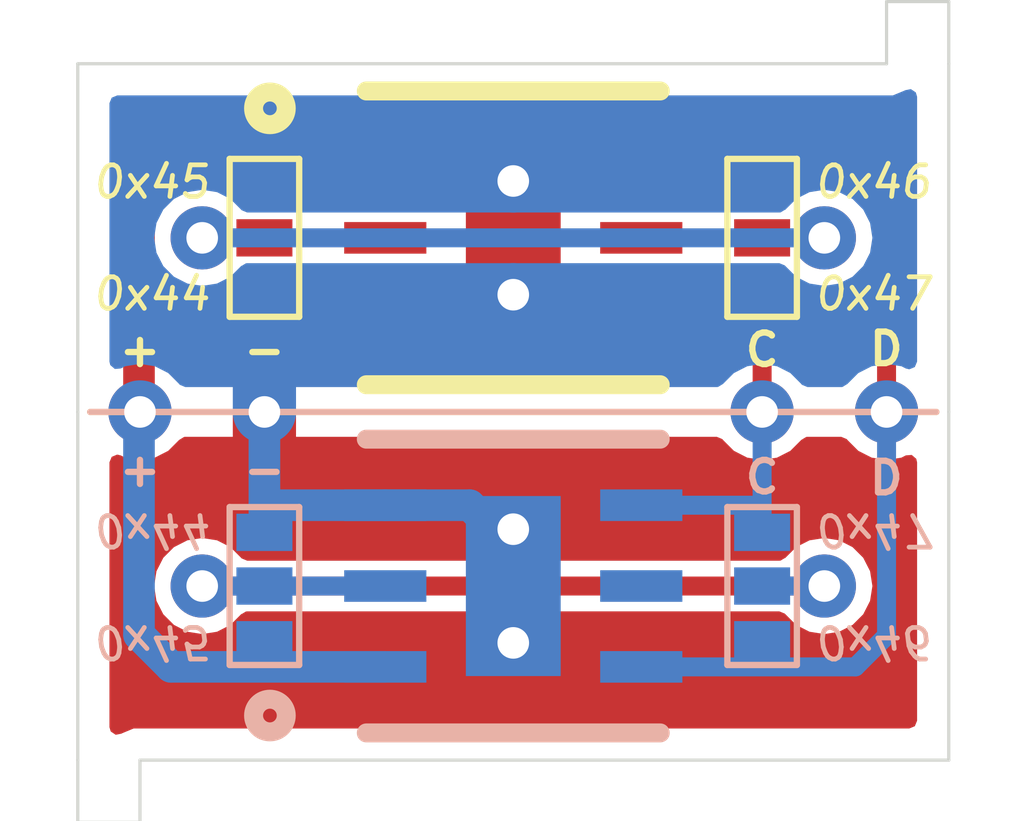
<source format=kicad_pcb>
(kicad_pcb (version 20240108) (generator "pcbnew") (generator_version "8.0")
  (layers (0 "F.Cu" signal) (31 "B.Cu" signal) (34 "B.Paste" user) (35 "F.Paste" user) (36 "B.SilkS" user "B.Silkscreen") (37 "F.SilkS" user "F.Silkscreen") (38 "B.Mask" user) (39 "F.Mask" user) (44 "Edge.Cuts" user))
  (net 0 "")
  (net 1 "+3.3V")
  (net 2 "GND")
  (net 3 "/ADDR")
  (net 4 "/SDA")
  (net 5 "/SCL")
  (footprint "SolarPanels:SolderJumper-3_P1.3mm_Open_RoundedPad1.0x1.5mm" (layer "F.Cu") (at 110 67.5 90)
    (property "Reference" "JP2" (hide yes))
    (property "Value" "Jumper_3_Open")
    (fp_line (start 0.635 -0.2794) (end -0.635 -0.2794) (stroke (width 0.0508)) (layer "F.SilkS"))
    (fp_line (start 0.635 0.2794) (end 0.635 -0.2794) (stroke (width 0.0508)) (layer "F.SilkS"))
    (fp_line (start 0.635 0.2794) (end -0.635 0.2794) (stroke (width 0.0508)) (layer "F.SilkS"))
    (fp_line (start -0.635 0.2794) (end -0.635 -0.2794) (stroke (width 0.0508)) (layer "F.SilkS"))
    (pad "1" smd rect (at -0.4318 0 90) (size 0.3 0.45) (layers "F.Cu" "F.Mask") (net 5 "/SCL"))
    (pad "2" smd rect (at 0 0 90) (size 0.3 0.45) (layers "F.Cu" "F.Mask") (net 3 "/ADDR"))
    (pad "3" smd rect (at 0.4318 0 90) (size 0.3 0.45) (layers "F.Cu" "F.Mask") (net 4 "/SDA"))
  )
  (footprint "SolarPanels:CastellatedHole" (layer "F.Cu") (at 111 68.9)
    (property "Reference" "H3" (hide yes))
    (property "Value" "MountingHole_Pad")
    (pad "1" thru_hole circle (at 0 0) (size 0.508 0.508) (drill 0.254) (layers "*.Cu" "*.Mask") (net 4 "/SDA"))
  )
  (footprint "SolarPanels:CastellatedHole" (layer "F.Cu") (at 110 68.9)
    (property "Reference" "H4" (hide yes))
    (property "Value" "MountingHole_Pad")
    (pad "1" thru_hole circle (at 0 0) (size 0.508 0.508) (drill 0.254) (layers "*.Cu" "*.Mask") (net 5 "/SCL"))
  )
  (footprint "SolarPanels:SolderJumper-3_P1.3mm_Open_RoundedPad1.0x1.5mm" (layer "F.Cu") (at 106 67.5 90)
    (property "Reference" "JP1" (hide yes))
    (property "Value" "Jumper_3_Open")
    (fp_line (start 0.635 -0.2794) (end -0.635 -0.2794) (stroke (width 0.0508)) (layer "F.SilkS"))
    (fp_line (start 0.635 0.2794) (end 0.635 -0.2794) (stroke (width 0.0508)) (layer "F.SilkS"))
    (fp_line (start 0.635 0.2794) (end -0.635 0.2794) (stroke (width 0.0508)) (layer "F.SilkS"))
    (fp_line (start -0.635 0.2794) (end -0.635 -0.2794) (stroke (width 0.0508)) (layer "F.SilkS"))
    (pad "1" smd rect (at -0.4318 0 90) (size 0.3 0.45) (layers "F.Cu" "F.Mask") (net 2 "GND"))
    (pad "2" smd rect (at 0 0 90) (size 0.3 0.45) (layers "F.Cu" "F.Mask") (net 3 "/ADDR"))
    (pad "3" smd rect (at 0.4318 0 90) (size 0.3 0.45) (layers "F.Cu" "F.Mask") (net 1 "+3.3V"))
  )
  (footprint "SolarPanels:OPT4003" (layer "F.Cu") (at 108 67.5)
    (property "Reference" "U1" (hide yes))
    (property "Value" "OPT4003DNPRQ1")
    (fp_line (start -1.1811 1.1811) (end 1.1811 1.1811) (stroke (width 0.1524)) (layer "F.SilkS"))
    (fp_line (start 1.1811 -1.1811) (end -1.1811 -1.1811) (stroke (width 0.1524)) (layer "F.SilkS"))
    (fp_circle (center -1.9558 -1.0414) (end -1.9027 -1.0264) (stroke (width 0.1524)) (fill none) (layer "F.SilkS"))
    (pad "1" smd rect (at -1.0287 -0.649999) (size 0.6604 0.254) (layers "F.Cu" "F.Paste" "F.Mask") (net 1 "+3.3V"))
    (pad "2" smd rect (at -1.0287 0) (size 0.6604 0.254) (layers "F.Cu" "F.Paste" "F.Mask") (net 3 "/ADDR"))
    (pad "3" smd rect (at -1.0287 0.649999) (size 0.6604 0.254) (layers "F.Cu" "F.Paste" "F.Mask") (net 2 "GND"))
    (pad "4" smd rect (at 1.0287 0.649999) (size 0.6604 0.254) (layers "F.Cu" "F.Paste" "F.Mask") (net 5 "/SCL"))
    (pad "5" smd rect (at 1.0287 0) (size 0.6604 0.254) (layers "F.Cu" "F.Paste" "F.Mask"))
    (pad "6" smd rect (at 1.0287 -0.649999) (size 0.6604 0.254) (layers "F.Cu" "F.Paste" "F.Mask") (net 4 "/SDA"))
    (pad "7" smd rect (at 0 0) (size 0.762 1.4478) (layers "F.Cu" "F.Paste" "F.Mask") (net 2 "GND"))
  )
  (footprint "SolarPanels:SolderJumper-3_P1.3mm_Open_RoundedPad1.0x1.5mm" (layer "B.Cu") (at 110.000001 70.3 -90)
    (property "Reference" "JP2" (hide yes))
    (property "Value" "")
    (fp_line (start -0.635 0.2794) (end 0.635 0.2794) (stroke (width 0.0508)) (layer "B.SilkS"))
    (fp_line (start -0.635 0.2794) (end -0.635 -0.2794) (stroke (width 0.0508)) (layer "B.SilkS"))
    (fp_line (start 0.635 0.2794) (end 0.635 -0.2794) (stroke (width 0.0508)) (layer "B.SilkS"))
    (fp_line (start -0.635 -0.2794) (end 0.635 -0.2794) (stroke (width 0.0508)) (layer "B.SilkS"))
    (pad "1" smd rect (at -0.4318 0 270) (size 0.3 0.45) (layers "B.Cu" "B.Mask") (net 5 "/SCL"))
    (pad "2" smd rect (at 0 0 270) (size 0.3 0.45) (layers "B.Cu" "B.Mask") (net 3 "/ADDR"))
    (pad "3" smd rect (at 0.4318 0 270) (size 0.3 0.45) (layers "B.Cu" "B.Mask") (net 4 "/SDA"))
  )
  (footprint "SolarPanels:CastellatedHole" (layer "B.Cu") (at 106 68.9)
    (property "Reference" "H2" (hide yes))
    (property "Value" "")
    (pad "1" thru_hole circle (at 0 0) (size 0.508 0.508) (drill 0.254) (layers "*.Cu" "*.Mask") (net 2 "GND"))
  )
  (footprint "SolarPanels:OPT4003" (layer "B.Cu") (at 108.000002 70.3)
    (property "Reference" "U1" (hide yes))
    (property "Value" "OPT4003DNPRQ1")
    (fp_line (start -1.1811 1.1811) (end 1.1811 1.1811) (stroke (width 0.1524)) (layer "B.SilkS"))
    (fp_line (start 1.1811 -1.1811) (end -1.1811 -1.1811) (stroke (width 0.1524)) (layer "B.SilkS"))
    (fp_circle (center -1.9558 1.0414) (end -1.9027 1.0264) (stroke (width 0.1524)) (fill none) (layer "B.SilkS"))
    (pad "1" smd rect (at -1.0287 0.649999) (size 0.6604 0.254) (layers "B.Cu" "B.Paste" "B.Mask") (net 1 "+3.3V"))
    (pad "2" smd rect (at -1.0287 0) (size 0.6604 0.254) (layers "B.Cu" "B.Paste" "B.Mask") (net 3 "/ADDR"))
    (pad "3" smd rect (at -1.0287 -0.649999) (size 0.6604 0.254) (layers "B.Cu" "B.Paste" "B.Mask") (net 2 "GND"))
    (pad "4" smd rect (at 1.0287 -0.649999) (size 0.6604 0.254) (layers "B.Cu" "B.Paste" "B.Mask") (net 5 "/SCL"))
    (pad "5" smd rect (at 1.0287 0) (size 0.6604 0.254) (layers "B.Cu" "B.Paste" "B.Mask"))
    (pad "6" smd rect (at 1.0287 0.649999) (size 0.6604 0.254) (layers "B.Cu" "B.Paste" "B.Mask") (net 4 "/SDA"))
    (pad "7" smd rect (at 0 0) (size 0.762 1.4478) (layers "B.Cu" "B.Paste" "B.Mask") (net 2 "GND"))
  )
  (footprint "SolarPanels:SolderJumper-3_P1.3mm_Open_RoundedPad1.0x1.5mm" (layer "B.Cu") (at 106.000001 70.3 -90)
    (property "Reference" "JP1" (hide yes))
    (property "Value" "")
    (fp_line (start -0.635 0.2794) (end 0.635 0.2794) (stroke (width 0.0508)) (layer "B.SilkS"))
    (fp_line (start -0.635 0.2794) (end -0.635 -0.2794) (stroke (width 0.0508)) (layer "B.SilkS"))
    (fp_line (start 0.635 0.2794) (end 0.635 -0.2794) (stroke (width 0.0508)) (layer "B.SilkS"))
    (fp_line (start -0.635 -0.2794) (end 0.635 -0.2794) (stroke (width 0.0508)) (layer "B.SilkS"))
    (pad "1" smd rect (at -0.4318 0 270) (size 0.3 0.45) (layers "B.Cu" "B.Mask") (net 2 "GND"))
    (pad "2" smd rect (at 0 0 270) (size 0.3 0.45) (layers "B.Cu" "B.Mask") (net 3 "/ADDR"))
    (pad "3" smd rect (at 0.4318 0 270) (size 0.3 0.45) (layers "B.Cu" "B.Mask") (net 1 "+3.3V"))
  )
  (footprint "SolarPanels:CastellatedHole" (layer "B.Cu") (at 105 68.9)
    (property "Reference" "H1" (hide yes))
    (property "Value" "")
    (pad "1" thru_hole circle (at 0 0) (size 0.508 0.508) (drill 0.254) (layers "*.Cu" "*.Mask") (net 1 "+3.3V"))
  )
  (gr_line (start 104.6 68.9) (end 111.4 68.9) (stroke (width 0.0508)) (layer "B.SilkS"))
  (gr_line (start 104.6 68.9) (end 111.4 68.9) (stroke (width 0.0508)) (layer "F.SilkS"))
  (gr_line (start 105 72.199999) (end 105 71.7) (stroke (width 0.0254)) (layer "Edge.Cuts"))
  (gr_line (start 104.5 68.9) (end 104.5 71.7) (stroke (width 0.0254)) (layer "Edge.Cuts"))
  (gr_line (start 104.500001 71.7) (end 104.5 72.2) (stroke (width 0.0254)) (layer "Edge.Cuts"))
  (gr_line (start 111.500001 71.7) (end 111.500001 68.9) (stroke (width 0.0254)) (layer "Edge.Cuts"))
  (gr_line (start 111 65.6) (end 111 66.1) (stroke (width 0.0254)) (layer "Edge.Cuts"))
  (gr_line (start 104.5 66.1) (end 104.5 68.9) (stroke (width 0.0254)) (layer "Edge.Cuts"))
  (gr_line (start 104.5 72.2) (end 105 72.199999) (stroke (width 0.0254)) (layer "Edge.Cuts"))
  (gr_line (start 105 71.7) (end 111.500001 71.7) (stroke (width 0.0254)) (layer "Edge.Cuts"))
  (gr_line (start 111.5 65.6) (end 111 65.6) (stroke (width 0.0254)) (layer "Edge.Cuts"))
  (gr_line (start 111.5 68.9) (end 111.5 66.1) (stroke (width 0.0254)) (layer "Edge.Cuts"))
  (gr_line (start 111 66.1) (end 104.5 66.1) (stroke (width 0.0254)) (layer "Edge.Cuts"))
  (gr_line (start 111.5 66.1) (end 111.5 65.6) (stroke (width 0.0254)) (layer "Edge.Cuts"))
  (gr_text "D" (at 110.998096 69.407264 180) (layer "B.SilkS") (effects (font (size 0.254 0.254) (thickness 0.0508) (bold yes)) (justify mirror)))
  (gr_text "0x45" (at 104.600002 70.6 180) (layer "B.SilkS") (effects (font (size 0.254 0.254) (thickness 0.0381) (italic yes)) (justify left bottom mirror)))
  (gr_text "+" (at 105.000001 69.4 180) (layer "B.SilkS") (effects (font (size 0.254 0.254) (thickness 0.0508) (bold yes)) (justify mirror)))
  (gr_text "0x46" (at 110.400001 70.6 180) (layer "B.SilkS") (effects (font (size 0.254 0.254) (thickness 0.0381) (italic yes)) (justify left bottom mirror)))
  (gr_text "0x44" (at 104.600001 69.699999 180) (layer "B.SilkS") (effects (font (size 0.254 0.254) (thickness 0.0381) (italic yes)) (justify left bottom mirror)))
  (gr_text "-" (at 106.000001 69.4 180) (layer "B.SilkS") (effects (font (size 0.254 0.254) (thickness 0.0508) (bold yes)) (justify mirror)))
  (gr_text "0x47" (at 110.400001 69.7 180) (layer "B.SilkS") (effects (font (size 0.254 0.254) (thickness 0.0381) (italic yes)) (justify left bottom mirror)))
  (gr_text "C" (at 110.000001 69.4 180) (layer "B.SilkS") (effects (font (size 0.254 0.254) (thickness 0.0508) (bold yes)) (justify mirror)))
  (gr_text "D" (at 110.998095 68.392736 0) (layer "F.SilkS") (effects (font (size 0.254 0.254) (thickness 0.0508) (bold yes))))
  (gr_text "0x44" (at 104.6 68.1 0) (layer "F.SilkS") (effects (font (size 0.254 0.254) (thickness 0.0381) (italic yes)) (justify left bottom)))
  (gr_text "C" (at 110 68.4 0) (layer "F.SilkS") (effects (font (size 0.254 0.254) (thickness 0.0508) (bold yes))))
  (gr_text "0x45" (at 104.6 67.2 0) (layer "F.SilkS") (effects (font (size 0.254 0.254) (thickness 0.0381) (italic yes)) (justify left bottom)))
  (gr_text "+" (at 105 68.4 0) (layer "F.SilkS") (effects (font (size 0.254 0.254) (thickness 0.0508) (bold yes))))
  (gr_text "0x47" (at 110.4 68.1 0) (layer "F.SilkS") (effects (font (size 0.254 0.254) (thickness 0.0381) (italic yes)) (justify left bottom)))
  (gr_text "-" (at 106 68.4 0) (layer "F.SilkS") (effects (font (size 0.254 0.254) (thickness 0.0508) (bold yes))))
  (gr_text "0x46" (at 110.4 67.2 0) (layer "F.SilkS") (effects (font (size 0.254 0.254) (thickness 0.0381) (italic yes)) (justify left bottom)))
  (segment (start 105.249999 66.850001) (end 104.992 67.108) (width 0.254) (layer "F.Cu") (net 1))
  (segment (start 104.992 67.108) (end 104.992 68.992) (width 0.254) (layer "F.Cu") (net 1))
  (segment (start 106.9713 66.850001) (end 105.249999 66.850001) (width 0.254) (layer "F.Cu") (net 1))
  (segment (start 105.25 70.949999) (end 104.992001 70.692) (width 0.254) (layer "B.Cu") (net 1))
  (segment (start 104.992001 70.692) (end 104.992001 68.808) (width 0.254) (layer "B.Cu") (net 1))
  (segment (start 106.971301 70.949999) (end 105.25 70.949999) (width 0.254) (layer "B.Cu") (net 1))
  (segment (start 108 67.9572) (end 107.8428 67.9572) (width 0.254) (layer "F.Cu") (net 2))
  (segment (start 108 67.5) (end 108 67.5) (width 0.254) (layer "F.Cu") (net 2))
  (segment (start 106.000002 68.9) (end 106.000001 69.4) (width 0.508) (layer "F.Cu") (net 2))
  (segment (start 106 68.149999) (end 106 67.9318) (width 0.254) (layer "F.Cu") (net 2))
  (segment (start 107.650001 68.149999) (end 106.9713 68.149999) (width 0.254) (layer "F.Cu") (net 2))
  (segment (start 107.8428 67.9572) (end 107.650001 68.149999) (width 0.254) (layer "F.Cu") (net 2))
  (segment (start 108 67.9572) (end 108 67.5) (width 0.254) (layer "F.Cu") (net 2))
  (segment (start 106 68.149999) (end 106 69) (width 0.254) (layer "F.Cu") (net 2))
  (segment (start 106 68.149999) (end 106.9713 68.149999) (width 0.254) (layer "F.Cu") (net 2))
  (via (at 108.000001 70.7572) (size 0.508) (drill 0.254) (layers "F.Cu" "B.Cu") (net 2))
  (via (at 108.000001 69.8428) (size 0.508) (drill 0.254) (layers "F.Cu" "B.Cu") (net 2))
  (via (at 108 67.0428) (size 0.508) (drill 0.254) (layers "F.Cu" "B.Cu") (net 2))
  (via (at 108 67.9572) (size 0.508) (drill 0.254) (layers "F.Cu" "B.Cu") (net 2))
  (segment (start 106.000001 69.650001) (end 106.000001 68.8) (width 0.254) (layer "B.Cu") (net 2))
  (segment (start 106.000001 69.650001) (end 106.000001 69.8682) (width 0.254) (layer "B.Cu") (net 2))
  (segment (start 107.650002 69.650001) (end 106.971301 69.650001) (width 0.254) (layer "B.Cu") (net 2))
  (segment (start 106 68.9) (end 106 68.4) (width 0.508) (layer "B.Cu") (net 2))
  (segment (start 107.842801 69.8428) (end 107.650002 69.650001) (width 0.254) (layer "B.Cu") (net 2))
  (segment (start 108.000002 70.3) (end 108.000002 70.3) (width 0.254) (layer "B.Cu") (net 2))
  (segment (start 106.000001 69.650001) (end 106.971301 69.650001) (width 0.254) (layer "B.Cu") (net 2))
  (segment (start 108.000001 69.8428) (end 108.000002 70.3) (width 0.254) (layer "B.Cu") (net 2))
  (segment (start 108.000001 69.8428) (end 107.842801 69.8428) (width 0.254) (layer "B.Cu") (net 2))
  (segment (start 105.500001 70.3) (end 110.500002 70.3) (width 0.1524) (layer "F.Cu") (net 3))
  (segment (start 110.5 67.5) (end 110 67.5) (width 0.1524) (layer "F.Cu") (net 3))
  (segment (start 105.5 67.5) (end 106 67.5) (width 0.1524) (layer "F.Cu") (net 3))
  (segment (start 106.9713 67.5) (end 106 67.5) (width 0.1524) (layer "F.Cu") (net 3))
  (via (at 110.5 67.5) (size 0.508) (drill 0.254) (layers "F.Cu" "B.Cu") (net 3))
  (via (at 110.500002 70.3) (size 0.508) (drill 0.254) (layers "F.Cu" "B.Cu") (net 3))
  (via (at 105.5 67.5) (size 0.508) (drill 0.254) (layers "F.Cu" "B.Cu") (net 3))
  (via (at 105.500001 70.3) (size 0.508) (drill 0.254) (layers "F.Cu" "B.Cu") (net 3))
  (segment (start 106.971301 70.3) (end 106.000001 70.3) (width 0.1524) (layer "B.Cu") (net 3))
  (segment (start 110.500002 70.3) (end 110.000001 70.3) (width 0.1524) (layer "B.Cu") (net 3))
  (segment (start 105.500001 70.3) (end 106.000001 70.3) (width 0.1524) (layer "B.Cu") (net 3))
  (segment (start 105.5 67.5) (end 110.5 67.5) (width 0.1524) (layer "B.Cu") (net 3))
  (segment (start 109.0287 66.850001) (end 110.750001 66.850001) (width 0.1524) (layer "F.Cu") (net 4))
  (segment (start 110.750001 66.850001) (end 111 67.1) (width 0.1524) (layer "F.Cu") (net 4))
  (segment (start 111 67.1) (end 111 68.9) (width 0.1524) (layer "F.Cu") (net 4))
  (segment (start 109.028701 70.949999) (end 110.750002 70.949999) (width 0.1524) (layer "B.Cu") (net 4))
  (segment (start 111.000001 70.7) (end 111 68.9) (width 0.1524) (layer "B.Cu") (net 4))
  (segment (start 110.750002 70.949999) (end 111.000001 70.7) (width 0.1524) (layer "B.Cu") (net 4))
  (segment (start 110 68.149999) (end 109.0287 68.149999) (width 0.1524) (layer "F.Cu") (net 5))
  (segment (start 110 68.9) (end 110 67.9318) (width 0.1524) (layer "F.Cu") (net 5))
  (segment (start 110.000001 69.650001) (end 109.028701 69.650001) (width 0.1524) (layer "B.Cu") (net 5))
  (segment (start 110.000001 68.9) (end 110.000001 69.8682) (width 0.1524) (layer "B.Cu") (net 5))
  (zone (net 2) (net_name "GND") (layer "F.Cu") (connect_pads yes (clearance 0.127)) (min_thickness 0.127) (fill yes (thermal_gap 0.5) (thermal_bridge_width 0.5))
    (polygon (pts (xy 104.400001 71.9) (xy 111.600001 71.9) (xy 111.600001 69.1) (xy 104.400001 69.1)))
  )
  (zone (net 2) (net_name "GND") (layer "B.Cu") (connect_pads yes (clearance 0.127)) (min_thickness 0.127) (fill yes (thermal_gap 0.5) (thermal_bridge_width 0.5))
    (polygon (pts (xy 104.4 65.9) (xy 111.6 65.9) (xy 111.6 68.7) (xy 104.4 68.7)))
  )
)
</source>
